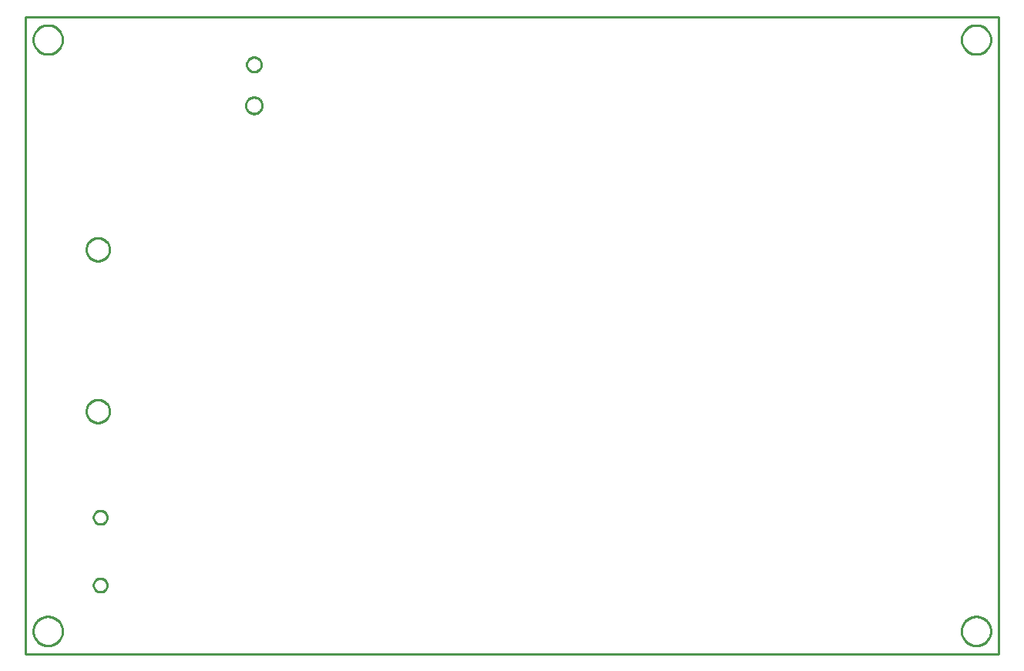
<source format=gbr>
G04 EAGLE Gerber RS-274X export*
G75*
%MOMM*%
%FSLAX34Y34*%
%LPD*%
%IN*%
%IPPOS*%
%AMOC8*
5,1,8,0,0,1.08239X$1,22.5*%
G01*
%ADD10C,0.254000*%


D10*
X460Y0D02*
X1070000Y0D01*
X1070000Y700000D01*
X460Y700000D01*
X460Y0D01*
X41000Y24476D02*
X40932Y23431D01*
X40795Y22392D01*
X40590Y21365D01*
X40319Y20353D01*
X39983Y19361D01*
X39582Y18393D01*
X39118Y17454D01*
X38595Y16546D01*
X38013Y15675D01*
X37375Y14844D01*
X36684Y14057D01*
X35943Y13316D01*
X35156Y12625D01*
X34325Y11988D01*
X33454Y11406D01*
X32546Y10882D01*
X31607Y10418D01*
X30639Y10017D01*
X29647Y9681D01*
X28635Y9410D01*
X27608Y9205D01*
X26569Y9069D01*
X25524Y9000D01*
X24476Y9000D01*
X23431Y9069D01*
X22392Y9205D01*
X21365Y9410D01*
X20353Y9681D01*
X19361Y10017D01*
X18393Y10418D01*
X17454Y10882D01*
X16546Y11406D01*
X15675Y11988D01*
X14844Y12625D01*
X14057Y13316D01*
X13316Y14057D01*
X12625Y14844D01*
X11988Y15675D01*
X11406Y16546D01*
X10882Y17454D01*
X10418Y18393D01*
X10017Y19361D01*
X9681Y20353D01*
X9410Y21365D01*
X9205Y22392D01*
X9069Y23431D01*
X9000Y24476D01*
X9000Y25524D01*
X9069Y26569D01*
X9205Y27608D01*
X9410Y28635D01*
X9681Y29647D01*
X10017Y30639D01*
X10418Y31607D01*
X10882Y32546D01*
X11406Y33454D01*
X11988Y34325D01*
X12625Y35156D01*
X13316Y35943D01*
X14057Y36684D01*
X14844Y37375D01*
X15675Y38013D01*
X16546Y38595D01*
X17454Y39118D01*
X18393Y39582D01*
X19361Y39983D01*
X20353Y40319D01*
X21365Y40590D01*
X22392Y40795D01*
X23431Y40932D01*
X24476Y41000D01*
X25524Y41000D01*
X26569Y40932D01*
X27608Y40795D01*
X28635Y40590D01*
X29647Y40319D01*
X30639Y39983D01*
X31607Y39582D01*
X32546Y39118D01*
X33454Y38595D01*
X34325Y38013D01*
X35156Y37375D01*
X35943Y36684D01*
X36684Y35943D01*
X37375Y35156D01*
X38013Y34325D01*
X38595Y33454D01*
X39118Y32546D01*
X39582Y31607D01*
X39983Y30639D01*
X40319Y29647D01*
X40590Y28635D01*
X40795Y27608D01*
X40932Y26569D01*
X41000Y25524D01*
X41000Y24476D01*
X41000Y674476D02*
X40932Y673431D01*
X40795Y672392D01*
X40590Y671365D01*
X40319Y670353D01*
X39983Y669361D01*
X39582Y668393D01*
X39118Y667454D01*
X38595Y666546D01*
X38013Y665675D01*
X37375Y664844D01*
X36684Y664057D01*
X35943Y663316D01*
X35156Y662625D01*
X34325Y661988D01*
X33454Y661406D01*
X32546Y660882D01*
X31607Y660418D01*
X30639Y660017D01*
X29647Y659681D01*
X28635Y659410D01*
X27608Y659205D01*
X26569Y659069D01*
X25524Y659000D01*
X24476Y659000D01*
X23431Y659069D01*
X22392Y659205D01*
X21365Y659410D01*
X20353Y659681D01*
X19361Y660017D01*
X18393Y660418D01*
X17454Y660882D01*
X16546Y661406D01*
X15675Y661988D01*
X14844Y662625D01*
X14057Y663316D01*
X13316Y664057D01*
X12625Y664844D01*
X11988Y665675D01*
X11406Y666546D01*
X10882Y667454D01*
X10418Y668393D01*
X10017Y669361D01*
X9681Y670353D01*
X9410Y671365D01*
X9205Y672392D01*
X9069Y673431D01*
X9000Y674476D01*
X9000Y675524D01*
X9069Y676569D01*
X9205Y677608D01*
X9410Y678635D01*
X9681Y679647D01*
X10017Y680639D01*
X10418Y681607D01*
X10882Y682546D01*
X11406Y683454D01*
X11988Y684325D01*
X12625Y685156D01*
X13316Y685943D01*
X14057Y686684D01*
X14844Y687375D01*
X15675Y688013D01*
X16546Y688595D01*
X17454Y689118D01*
X18393Y689582D01*
X19361Y689983D01*
X20353Y690319D01*
X21365Y690590D01*
X22392Y690795D01*
X23431Y690932D01*
X24476Y691000D01*
X25524Y691000D01*
X26569Y690932D01*
X27608Y690795D01*
X28635Y690590D01*
X29647Y690319D01*
X30639Y689983D01*
X31607Y689582D01*
X32546Y689118D01*
X33454Y688595D01*
X34325Y688013D01*
X35156Y687375D01*
X35943Y686684D01*
X36684Y685943D01*
X37375Y685156D01*
X38013Y684325D01*
X38595Y683454D01*
X39118Y682546D01*
X39582Y681607D01*
X39983Y680639D01*
X40319Y679647D01*
X40590Y678635D01*
X40795Y677608D01*
X40932Y676569D01*
X41000Y675524D01*
X41000Y674476D01*
X1061000Y674476D02*
X1060932Y673431D01*
X1060795Y672392D01*
X1060590Y671365D01*
X1060319Y670353D01*
X1059983Y669361D01*
X1059582Y668393D01*
X1059118Y667454D01*
X1058595Y666546D01*
X1058013Y665675D01*
X1057375Y664844D01*
X1056684Y664057D01*
X1055943Y663316D01*
X1055156Y662625D01*
X1054325Y661988D01*
X1053454Y661406D01*
X1052546Y660882D01*
X1051607Y660418D01*
X1050639Y660017D01*
X1049647Y659681D01*
X1048635Y659410D01*
X1047608Y659205D01*
X1046569Y659069D01*
X1045524Y659000D01*
X1044476Y659000D01*
X1043431Y659069D01*
X1042392Y659205D01*
X1041365Y659410D01*
X1040353Y659681D01*
X1039361Y660017D01*
X1038393Y660418D01*
X1037454Y660882D01*
X1036546Y661406D01*
X1035675Y661988D01*
X1034844Y662625D01*
X1034057Y663316D01*
X1033316Y664057D01*
X1032625Y664844D01*
X1031988Y665675D01*
X1031406Y666546D01*
X1030882Y667454D01*
X1030418Y668393D01*
X1030017Y669361D01*
X1029681Y670353D01*
X1029410Y671365D01*
X1029205Y672392D01*
X1029069Y673431D01*
X1029000Y674476D01*
X1029000Y675524D01*
X1029069Y676569D01*
X1029205Y677608D01*
X1029410Y678635D01*
X1029681Y679647D01*
X1030017Y680639D01*
X1030418Y681607D01*
X1030882Y682546D01*
X1031406Y683454D01*
X1031988Y684325D01*
X1032625Y685156D01*
X1033316Y685943D01*
X1034057Y686684D01*
X1034844Y687375D01*
X1035675Y688013D01*
X1036546Y688595D01*
X1037454Y689118D01*
X1038393Y689582D01*
X1039361Y689983D01*
X1040353Y690319D01*
X1041365Y690590D01*
X1042392Y690795D01*
X1043431Y690932D01*
X1044476Y691000D01*
X1045524Y691000D01*
X1046569Y690932D01*
X1047608Y690795D01*
X1048635Y690590D01*
X1049647Y690319D01*
X1050639Y689983D01*
X1051607Y689582D01*
X1052546Y689118D01*
X1053454Y688595D01*
X1054325Y688013D01*
X1055156Y687375D01*
X1055943Y686684D01*
X1056684Y685943D01*
X1057375Y685156D01*
X1058013Y684325D01*
X1058595Y683454D01*
X1059118Y682546D01*
X1059582Y681607D01*
X1059983Y680639D01*
X1060319Y679647D01*
X1060590Y678635D01*
X1060795Y677608D01*
X1060932Y676569D01*
X1061000Y675524D01*
X1061000Y674476D01*
X1061000Y24476D02*
X1060932Y23431D01*
X1060795Y22392D01*
X1060590Y21365D01*
X1060319Y20353D01*
X1059983Y19361D01*
X1059582Y18393D01*
X1059118Y17454D01*
X1058595Y16546D01*
X1058013Y15675D01*
X1057375Y14844D01*
X1056684Y14057D01*
X1055943Y13316D01*
X1055156Y12625D01*
X1054325Y11988D01*
X1053454Y11406D01*
X1052546Y10882D01*
X1051607Y10418D01*
X1050639Y10017D01*
X1049647Y9681D01*
X1048635Y9410D01*
X1047608Y9205D01*
X1046569Y9069D01*
X1045524Y9000D01*
X1044476Y9000D01*
X1043431Y9069D01*
X1042392Y9205D01*
X1041365Y9410D01*
X1040353Y9681D01*
X1039361Y10017D01*
X1038393Y10418D01*
X1037454Y10882D01*
X1036546Y11406D01*
X1035675Y11988D01*
X1034844Y12625D01*
X1034057Y13316D01*
X1033316Y14057D01*
X1032625Y14844D01*
X1031988Y15675D01*
X1031406Y16546D01*
X1030882Y17454D01*
X1030418Y18393D01*
X1030017Y19361D01*
X1029681Y20353D01*
X1029410Y21365D01*
X1029205Y22392D01*
X1029069Y23431D01*
X1029000Y24476D01*
X1029000Y25524D01*
X1029069Y26569D01*
X1029205Y27608D01*
X1029410Y28635D01*
X1029681Y29647D01*
X1030017Y30639D01*
X1030418Y31607D01*
X1030882Y32546D01*
X1031406Y33454D01*
X1031988Y34325D01*
X1032625Y35156D01*
X1033316Y35943D01*
X1034057Y36684D01*
X1034844Y37375D01*
X1035675Y38013D01*
X1036546Y38595D01*
X1037454Y39118D01*
X1038393Y39582D01*
X1039361Y39983D01*
X1040353Y40319D01*
X1041365Y40590D01*
X1042392Y40795D01*
X1043431Y40932D01*
X1044476Y41000D01*
X1045524Y41000D01*
X1046569Y40932D01*
X1047608Y40795D01*
X1048635Y40590D01*
X1049647Y40319D01*
X1050639Y39983D01*
X1051607Y39582D01*
X1052546Y39118D01*
X1053454Y38595D01*
X1054325Y38013D01*
X1055156Y37375D01*
X1055943Y36684D01*
X1056684Y35943D01*
X1057375Y35156D01*
X1058013Y34325D01*
X1058595Y33454D01*
X1059118Y32546D01*
X1059582Y31607D01*
X1059983Y30639D01*
X1060319Y29647D01*
X1060590Y28635D01*
X1060795Y27608D01*
X1060932Y26569D01*
X1061000Y25524D01*
X1061000Y24476D01*
X67310Y267199D02*
X67388Y268194D01*
X67544Y269180D01*
X67777Y270150D01*
X68086Y271099D01*
X68468Y272021D01*
X68921Y272910D01*
X69442Y273761D01*
X70029Y274569D01*
X70677Y275327D01*
X71383Y276033D01*
X72141Y276681D01*
X72949Y277268D01*
X73800Y277789D01*
X74689Y278242D01*
X75611Y278624D01*
X76560Y278933D01*
X77530Y279166D01*
X78516Y279322D01*
X79511Y279400D01*
X80509Y279400D01*
X81504Y279322D01*
X82490Y279166D01*
X83460Y278933D01*
X84409Y278624D01*
X85331Y278242D01*
X86220Y277789D01*
X87071Y277268D01*
X87879Y276681D01*
X88637Y276033D01*
X89343Y275327D01*
X89991Y274569D01*
X90578Y273761D01*
X91099Y272910D01*
X91552Y272021D01*
X91934Y271099D01*
X92243Y270150D01*
X92476Y269180D01*
X92632Y268194D01*
X92710Y267199D01*
X92710Y266201D01*
X92632Y265206D01*
X92476Y264220D01*
X92243Y263250D01*
X91934Y262301D01*
X91552Y261379D01*
X91099Y260490D01*
X90578Y259639D01*
X89991Y258831D01*
X89343Y258073D01*
X88637Y257367D01*
X87879Y256719D01*
X87071Y256132D01*
X86220Y255611D01*
X85331Y255158D01*
X84409Y254776D01*
X83460Y254467D01*
X82490Y254234D01*
X81504Y254078D01*
X80509Y254000D01*
X79511Y254000D01*
X78516Y254078D01*
X77530Y254234D01*
X76560Y254467D01*
X75611Y254776D01*
X74689Y255158D01*
X73800Y255611D01*
X72949Y256132D01*
X72141Y256719D01*
X71383Y257367D01*
X70677Y258073D01*
X70029Y258831D01*
X69442Y259639D01*
X68921Y260490D01*
X68468Y261379D01*
X68086Y262301D01*
X67777Y263250D01*
X67544Y264220D01*
X67388Y265206D01*
X67310Y266201D01*
X67310Y267199D01*
X67310Y444999D02*
X67388Y445994D01*
X67544Y446980D01*
X67777Y447950D01*
X68086Y448899D01*
X68468Y449821D01*
X68921Y450710D01*
X69442Y451561D01*
X70029Y452369D01*
X70677Y453127D01*
X71383Y453833D01*
X72141Y454481D01*
X72949Y455068D01*
X73800Y455589D01*
X74689Y456042D01*
X75611Y456424D01*
X76560Y456733D01*
X77530Y456966D01*
X78516Y457122D01*
X79511Y457200D01*
X80509Y457200D01*
X81504Y457122D01*
X82490Y456966D01*
X83460Y456733D01*
X84409Y456424D01*
X85331Y456042D01*
X86220Y455589D01*
X87071Y455068D01*
X87879Y454481D01*
X88637Y453833D01*
X89343Y453127D01*
X89991Y452369D01*
X90578Y451561D01*
X91099Y450710D01*
X91552Y449821D01*
X91934Y448899D01*
X92243Y447950D01*
X92476Y446980D01*
X92632Y445994D01*
X92710Y444999D01*
X92710Y444001D01*
X92632Y443006D01*
X92476Y442020D01*
X92243Y441050D01*
X91934Y440101D01*
X91552Y439179D01*
X91099Y438290D01*
X90578Y437439D01*
X89991Y436631D01*
X89343Y435873D01*
X88637Y435167D01*
X87879Y434519D01*
X87071Y433932D01*
X86220Y433411D01*
X85331Y432958D01*
X84409Y432576D01*
X83460Y432267D01*
X82490Y432034D01*
X81504Y431878D01*
X80509Y431800D01*
X79511Y431800D01*
X78516Y431878D01*
X77530Y432034D01*
X76560Y432267D01*
X75611Y432576D01*
X74689Y432958D01*
X73800Y433411D01*
X72949Y433932D01*
X72141Y434519D01*
X71383Y435167D01*
X70677Y435873D01*
X70029Y436631D01*
X69442Y437439D01*
X68921Y438290D01*
X68468Y439179D01*
X68086Y440101D01*
X67777Y441050D01*
X67544Y442020D01*
X67388Y443006D01*
X67310Y444001D01*
X67310Y444999D01*
X251067Y639700D02*
X250285Y639777D01*
X249514Y639930D01*
X248762Y640159D01*
X248035Y640459D01*
X247342Y640830D01*
X246689Y641267D01*
X246081Y641765D01*
X245525Y642321D01*
X245027Y642929D01*
X244590Y643582D01*
X244219Y644275D01*
X243919Y645002D01*
X243690Y645754D01*
X243537Y646525D01*
X243460Y647307D01*
X243460Y648093D01*
X243537Y648875D01*
X243690Y649646D01*
X243919Y650398D01*
X244219Y651125D01*
X244590Y651818D01*
X245027Y652471D01*
X245525Y653079D01*
X246081Y653635D01*
X246689Y654133D01*
X247342Y654570D01*
X248035Y654941D01*
X248762Y655241D01*
X249514Y655470D01*
X250285Y655623D01*
X251067Y655700D01*
X251853Y655700D01*
X252635Y655623D01*
X253406Y655470D01*
X254158Y655241D01*
X254885Y654941D01*
X255578Y654570D01*
X256231Y654133D01*
X256839Y653635D01*
X257395Y653079D01*
X257893Y652471D01*
X258330Y651818D01*
X258701Y651125D01*
X259001Y650398D01*
X259230Y649646D01*
X259383Y648875D01*
X259460Y648093D01*
X259460Y647307D01*
X259383Y646525D01*
X259230Y645754D01*
X259001Y645002D01*
X258701Y644275D01*
X258330Y643582D01*
X257893Y642929D01*
X257395Y642321D01*
X256839Y641765D01*
X256231Y641267D01*
X255578Y640830D01*
X254885Y640459D01*
X254158Y640159D01*
X253406Y639930D01*
X252635Y639777D01*
X251853Y639700D01*
X251067Y639700D01*
X251067Y593700D02*
X250284Y593769D01*
X249510Y593905D01*
X248751Y594108D01*
X248013Y594377D01*
X247300Y594709D01*
X246620Y595102D01*
X245976Y595553D01*
X245374Y596058D01*
X244818Y596614D01*
X244313Y597216D01*
X243862Y597860D01*
X243469Y598540D01*
X243137Y599253D01*
X242868Y599991D01*
X242665Y600750D01*
X242529Y601524D01*
X242460Y602307D01*
X242460Y603093D01*
X242529Y603876D01*
X242665Y604650D01*
X242868Y605409D01*
X243137Y606147D01*
X243469Y606860D01*
X243862Y607540D01*
X244313Y608184D01*
X244818Y608786D01*
X245374Y609342D01*
X245976Y609847D01*
X246620Y610298D01*
X247300Y610691D01*
X248013Y611023D01*
X248751Y611292D01*
X249510Y611495D01*
X250284Y611632D01*
X251067Y611700D01*
X251853Y611700D01*
X252636Y611632D01*
X253410Y611495D01*
X254169Y611292D01*
X254907Y611023D01*
X255620Y610691D01*
X256300Y610298D01*
X256944Y609847D01*
X257546Y609342D01*
X258102Y608786D01*
X258607Y608184D01*
X259058Y607540D01*
X259451Y606860D01*
X259783Y606147D01*
X260052Y605409D01*
X260255Y604650D01*
X260392Y603876D01*
X260460Y603093D01*
X260460Y602307D01*
X260392Y601524D01*
X260255Y600750D01*
X260052Y599991D01*
X259783Y599253D01*
X259451Y598540D01*
X259058Y597860D01*
X258607Y597216D01*
X258102Y596614D01*
X257546Y596058D01*
X256944Y595553D01*
X256300Y595102D01*
X255620Y594709D01*
X254907Y594377D01*
X254169Y594108D01*
X253410Y593905D01*
X252636Y593769D01*
X251853Y593700D01*
X251067Y593700D01*
X82918Y157490D02*
X83652Y157418D01*
X84375Y157274D01*
X85080Y157060D01*
X85761Y156778D01*
X86410Y156431D01*
X87023Y156021D01*
X87593Y155554D01*
X88114Y155033D01*
X88581Y154463D01*
X88991Y153850D01*
X89338Y153201D01*
X89620Y152520D01*
X89834Y151815D01*
X89978Y151092D01*
X90050Y150358D01*
X90050Y149622D01*
X89978Y148888D01*
X89834Y148165D01*
X89620Y147460D01*
X89338Y146779D01*
X88991Y146130D01*
X88581Y145517D01*
X88114Y144947D01*
X87593Y144426D01*
X87023Y143959D01*
X86410Y143549D01*
X85761Y143202D01*
X85080Y142920D01*
X84375Y142706D01*
X83652Y142562D01*
X82918Y142490D01*
X82182Y142490D01*
X81448Y142562D01*
X80725Y142706D01*
X80020Y142920D01*
X79339Y143202D01*
X78690Y143549D01*
X78077Y143959D01*
X77507Y144426D01*
X76986Y144947D01*
X76519Y145517D01*
X76109Y146130D01*
X75762Y146779D01*
X75480Y147460D01*
X75266Y148165D01*
X75122Y148888D01*
X75050Y149622D01*
X75050Y150358D01*
X75122Y151092D01*
X75266Y151815D01*
X75480Y152520D01*
X75762Y153201D01*
X76109Y153850D01*
X76519Y154463D01*
X76986Y155033D01*
X77507Y155554D01*
X78077Y156021D01*
X78690Y156431D01*
X79339Y156778D01*
X80020Y157060D01*
X80725Y157274D01*
X81448Y157418D01*
X82182Y157490D01*
X82918Y157490D01*
X82918Y82990D02*
X83652Y82918D01*
X84375Y82774D01*
X85080Y82560D01*
X85761Y82278D01*
X86410Y81931D01*
X87023Y81521D01*
X87593Y81054D01*
X88114Y80533D01*
X88581Y79963D01*
X88991Y79350D01*
X89338Y78701D01*
X89620Y78020D01*
X89834Y77315D01*
X89978Y76592D01*
X90050Y75858D01*
X90050Y75122D01*
X89978Y74388D01*
X89834Y73665D01*
X89620Y72960D01*
X89338Y72279D01*
X88991Y71630D01*
X88581Y71017D01*
X88114Y70447D01*
X87593Y69926D01*
X87023Y69459D01*
X86410Y69049D01*
X85761Y68702D01*
X85080Y68420D01*
X84375Y68206D01*
X83652Y68062D01*
X82918Y67990D01*
X82182Y67990D01*
X81448Y68062D01*
X80725Y68206D01*
X80020Y68420D01*
X79339Y68702D01*
X78690Y69049D01*
X78077Y69459D01*
X77507Y69926D01*
X76986Y70447D01*
X76519Y71017D01*
X76109Y71630D01*
X75762Y72279D01*
X75480Y72960D01*
X75266Y73665D01*
X75122Y74388D01*
X75050Y75122D01*
X75050Y75858D01*
X75122Y76592D01*
X75266Y77315D01*
X75480Y78020D01*
X75762Y78701D01*
X76109Y79350D01*
X76519Y79963D01*
X76986Y80533D01*
X77507Y81054D01*
X78077Y81521D01*
X78690Y81931D01*
X79339Y82278D01*
X80020Y82560D01*
X80725Y82774D01*
X81448Y82918D01*
X82182Y82990D01*
X82918Y82990D01*
M02*

</source>
